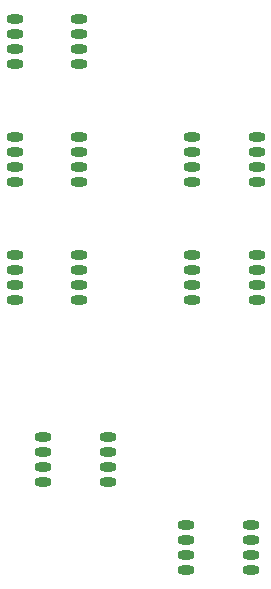
<source format=gbp>
G04 Layer_Color=128*
%FSLAX24Y24*%
%MOIN*%
G70*
G01*
G75*
%ADD37O,0.0571X0.0315*%
D37*
X16447Y21730D02*
D03*
Y22230D02*
D03*
Y22730D02*
D03*
Y23230D02*
D03*
X18593Y21730D02*
D03*
Y22230D02*
D03*
Y22730D02*
D03*
Y23230D02*
D03*
X10738Y34683D02*
D03*
Y35183D02*
D03*
Y35683D02*
D03*
Y36183D02*
D03*
X12884Y34683D02*
D03*
Y35183D02*
D03*
Y35683D02*
D03*
Y36183D02*
D03*
X11683Y24683D02*
D03*
Y25183D02*
D03*
Y25683D02*
D03*
Y26183D02*
D03*
X13829Y24683D02*
D03*
Y25183D02*
D03*
Y25683D02*
D03*
Y26183D02*
D03*
X10738Y30746D02*
D03*
Y31246D02*
D03*
Y31746D02*
D03*
Y32246D02*
D03*
X12884Y30746D02*
D03*
Y31246D02*
D03*
Y31746D02*
D03*
Y32246D02*
D03*
X16644Y30746D02*
D03*
Y31246D02*
D03*
Y31746D02*
D03*
Y32246D02*
D03*
X18789Y30746D02*
D03*
Y31246D02*
D03*
Y31746D02*
D03*
Y32246D02*
D03*
X16644Y34683D02*
D03*
Y35183D02*
D03*
Y35683D02*
D03*
Y36183D02*
D03*
X18789Y34683D02*
D03*
Y35183D02*
D03*
Y35683D02*
D03*
Y36183D02*
D03*
X10738Y38620D02*
D03*
Y39120D02*
D03*
Y39620D02*
D03*
Y40120D02*
D03*
X12884Y38620D02*
D03*
Y39120D02*
D03*
Y39620D02*
D03*
Y40120D02*
D03*
M02*

</source>
